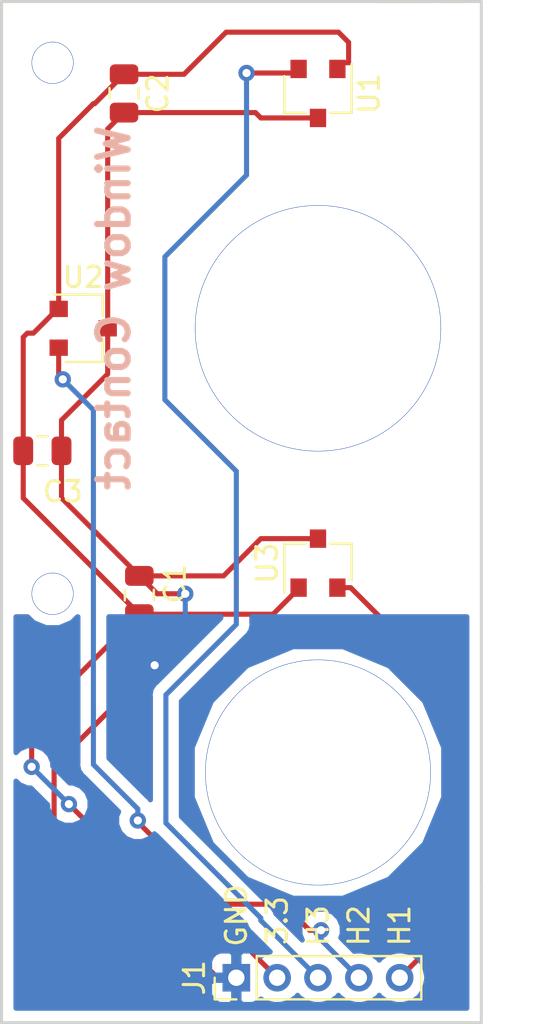
<source format=kicad_pcb>
(kicad_pcb (version 20171130) (host pcbnew 5.0.2+dfsg1-1~bpo9+1)

  (general
    (thickness 1.6)
    (drawings 22)
    (tracks 103)
    (zones 0)
    (modules 11)
    (nets 6)
  )

  (page A4)
  (layers
    (0 F.Cu signal)
    (31 B.Cu signal)
    (32 B.Adhes user)
    (33 F.Adhes user)
    (34 B.Paste user)
    (35 F.Paste user)
    (36 B.SilkS user)
    (37 F.SilkS user)
    (38 B.Mask user)
    (39 F.Mask user)
    (40 Dwgs.User user)
    (41 Cmts.User user)
    (42 Eco1.User user)
    (43 Eco2.User user)
    (44 Edge.Cuts user)
    (45 Margin user)
    (46 B.CrtYd user)
    (47 F.CrtYd user)
    (48 B.Fab user)
    (49 F.Fab user)
  )

  (setup
    (last_trace_width 0.25)
    (trace_clearance 0.2)
    (zone_clearance 0.508)
    (zone_45_only no)
    (trace_min 0.2)
    (segment_width 0.15)
    (edge_width 0.15)
    (via_size 0.8)
    (via_drill 0.4)
    (via_min_size 0.4)
    (via_min_drill 0.3)
    (uvia_size 0.3)
    (uvia_drill 0.1)
    (uvias_allowed no)
    (uvia_min_size 0.2)
    (uvia_min_drill 0.1)
    (pcb_text_width 0.3)
    (pcb_text_size 1.5 1.5)
    (mod_edge_width 0.15)
    (mod_text_size 1 1)
    (mod_text_width 0.15)
    (pad_size 12.05 12.05)
    (pad_drill 12)
    (pad_to_mask_clearance 0.051)
    (solder_mask_min_width 0.25)
    (aux_axis_origin 0 0)
    (visible_elements FFFFFF7F)
    (pcbplotparams
      (layerselection 0x010fc_ffffffff)
      (usegerberextensions false)
      (usegerberattributes false)
      (usegerberadvancedattributes false)
      (creategerberjobfile false)
      (excludeedgelayer true)
      (linewidth 0.100000)
      (plotframeref false)
      (viasonmask false)
      (mode 1)
      (useauxorigin false)
      (hpglpennumber 1)
      (hpglpenspeed 20)
      (hpglpendiameter 15.000000)
      (psnegative false)
      (psa4output false)
      (plotreference true)
      (plotvalue true)
      (plotinvisibletext false)
      (padsonsilk false)
      (subtractmaskfromsilk false)
      (outputformat 1)
      (mirror false)
      (drillshape 0)
      (scaleselection 1)
      (outputdirectory "/tmp/window/"))
  )

  (net 0 "")
  (net 1 +3V3)
  (net 2 GND)
  (net 3 /H3)
  (net 4 /H2)
  (net 5 /H1)

  (net_class Default "This is the default net class."
    (clearance 0.2)
    (trace_width 0.25)
    (via_dia 0.8)
    (via_drill 0.4)
    (uvia_dia 0.3)
    (uvia_drill 0.1)
    (add_net +3V3)
    (add_net /H1)
    (add_net /H2)
    (add_net /H3)
    (add_net GND)
  )

  (module Connector_PinHeader_2.00mm:PinHeader_1x05_P2.00mm_Vertical (layer F.Cu) (tedit 5F0061CB) (tstamp 5F0C4FE6)
    (at 96 131.8 90)
    (descr "Through hole straight pin header, 1x05, 2.00mm pitch, single row")
    (tags "Through hole pin header THT 1x05 2.00mm single row")
    (path /5EFF2E3A)
    (fp_text reference J1 (at 0 -2.06 90) (layer F.SilkS)
      (effects (font (size 1 1) (thickness 0.15)))
    )
    (fp_text value PCBCONN (at 1.775 11 90) (layer F.Fab)
      (effects (font (size 1 1) (thickness 0.15)))
    )
    (fp_line (start -0.5 -1) (end 1 -1) (layer F.Fab) (width 0.1))
    (fp_line (start 1 -1) (end 1 9) (layer F.Fab) (width 0.1))
    (fp_line (start 1 9) (end -1 9) (layer F.Fab) (width 0.1))
    (fp_line (start -1 9) (end -1 -0.5) (layer F.Fab) (width 0.1))
    (fp_line (start -1 -0.5) (end -0.5 -1) (layer F.Fab) (width 0.1))
    (fp_line (start -1.06 9.06) (end 1.06 9.06) (layer F.SilkS) (width 0.12))
    (fp_line (start -1.06 1) (end -1.06 9.06) (layer F.SilkS) (width 0.12))
    (fp_line (start 1.06 1) (end 1.06 9.06) (layer F.SilkS) (width 0.12))
    (fp_line (start -1.06 1) (end 1.06 1) (layer F.SilkS) (width 0.12))
    (fp_line (start -1.06 0) (end -1.06 -1.06) (layer F.SilkS) (width 0.12))
    (fp_line (start -1.06 -1.06) (end 0 -1.06) (layer F.SilkS) (width 0.12))
    (fp_line (start -1.5 -1.5) (end -1.5 9.5) (layer F.CrtYd) (width 0.05))
    (fp_line (start -1.5 9.5) (end 1.5 9.5) (layer F.CrtYd) (width 0.05))
    (fp_line (start 1.5 9.5) (end 1.5 -1.5) (layer F.CrtYd) (width 0.05))
    (fp_line (start 1.5 -1.5) (end -1.5 -1.5) (layer F.CrtYd) (width 0.05))
    (fp_text user %R (at 0 4 180) (layer F.Fab)
      (effects (font (size 1 1) (thickness 0.15)))
    )
    (pad 1 thru_hole rect (at 0 0 90) (size 1.35 1.35) (drill 0.8) (layers *.Cu *.Mask)
      (net 2 GND))
    (pad 2 thru_hole oval (at 0 2 90) (size 1.35 1.35) (drill 0.8) (layers *.Cu *.Mask)
      (net 1 +3V3))
    (pad 3 thru_hole oval (at 0 4 90) (size 1.35 1.35) (drill 0.8) (layers *.Cu *.Mask)
      (net 3 /H3))
    (pad 4 thru_hole oval (at 0 6 90) (size 1.35 1.35) (drill 0.8) (layers *.Cu *.Mask)
      (net 4 /H2))
    (pad 5 thru_hole oval (at 0 8 90) (size 1.35 1.35) (drill 0.8) (layers *.Cu *.Mask)
      (net 5 /H1))
    (model ${KISYS3DMOD}/Connector_PinHeader_2.00mm.3dshapes/PinHeader_1x05_P2.00mm_Vertical.wrl
      (at (xyz 0 0 0))
      (scale (xyz 1 1 1))
      (rotate (xyz 0 0 0))
    )
  )

  (module MountingHole:MountingHole_2.2mm_M2 locked (layer F.Cu) (tedit 5EFE1C6A) (tstamp 5F0AA5D8)
    (at 100 100)
    (descr "Mounting Hole 2.2mm, no annular, M2")
    (tags "mounting hole 2.2mm no annular m2")
    (attr virtual)
    (fp_text reference REF** (at 0 -3.2) (layer F.SilkS) hide
      (effects (font (size 1 1) (thickness 0.15)))
    )
    (fp_text value MountingHole_2.2mm_M2 (at 0 3.2) (layer F.Fab) hide
      (effects (font (size 1 1) (thickness 0.15)))
    )
    (fp_circle (center 0 0) (end 2.45 0) (layer F.CrtYd) (width 0.05))
    (fp_circle (center 0 0) (end 2.2 0) (layer Cmts.User) (width 0.15))
    (fp_text user %R (at 0.3 0) (layer F.Fab)
      (effects (font (size 1 1) (thickness 0.15)))
    )
    (pad "" np_thru_hole circle (at 0 0) (size 12.05 12.05) (drill 12) (layers *.Cu *.Mask))
  )

  (module MountingHole:MountingHole_2.2mm_M2 locked (layer F.Cu) (tedit 5EFE1824) (tstamp 5F0AA594)
    (at 100 121.75)
    (descr "Mounting Hole 2.2mm, no annular, M2")
    (tags "mounting hole 2.2mm no annular m2")
    (attr virtual)
    (fp_text reference REF** (at 0 -3.2) (layer F.SilkS) hide
      (effects (font (size 1 1) (thickness 0.15)))
    )
    (fp_text value MountingHole_2.2mm_M2 (at 0 3.2) (layer F.Fab) hide
      (effects (font (size 1 1) (thickness 0.15)))
    )
    (fp_text user %R (at 0.3 0) (layer F.Fab)
      (effects (font (size 1 1) (thickness 0.15)))
    )
    (fp_circle (center 0 0) (end 2.2 0) (layer Cmts.User) (width 0.15))
    (fp_circle (center 0 0) (end 2.45 0) (layer F.CrtYd) (width 0.05))
    (pad "" np_thru_hole circle (at 0 0) (size 11.05 11.05) (drill 11) (layers *.Cu *.Mask))
  )

  (module MountingHole:MountingHole_2.2mm_M2 locked (layer F.Cu) (tedit 5EFE17BD) (tstamp 5F0AA577)
    (at 87 87)
    (descr "Mounting Hole 2.2mm, no annular, M2")
    (tags "mounting hole 2.2mm no annular m2")
    (attr virtual)
    (fp_text reference REF** (at 0 -3.2) (layer F.SilkS) hide
      (effects (font (size 1 1) (thickness 0.15)))
    )
    (fp_text value MountingHole_2.2mm_M2 (at 0 3.2) (layer F.Fab) hide
      (effects (font (size 1 1) (thickness 0.15)))
    )
    (fp_text user %R (at 0.3 0) (layer F.Fab)
      (effects (font (size 1 1) (thickness 0.15)))
    )
    (fp_circle (center 0 0) (end 2.2 0) (layer Cmts.User) (width 0.15))
    (fp_circle (center 0 0) (end 2.45 0) (layer F.CrtYd) (width 0.05))
    (pad "" np_thru_hole circle (at 0 0) (size 2.05 2.05) (drill 2) (layers *.Cu *.Mask))
  )

  (module Package_TO_SOT_SMD:SC-59 (layer F.Cu) (tedit 5EFE1662) (tstamp 5F0A9CA0)
    (at 100 111.5 90)
    (descr "SC-59, https://lib.chipdip.ru/images/import_diod/original/SOT-23_SC-59.jpg")
    (tags SC-59)
    (path /5EF6370B)
    (attr smd)
    (fp_text reference U3 (at 0 -2.5 90) (layer F.SilkS)
      (effects (font (size 1 1) (thickness 0.15)))
    )
    (fp_text value TLE4913 (at 0 2.5 90) (layer F.Fab) hide
      (effects (font (size 1 1) (thickness 0.15)))
    )
    (fp_text user %R (at 0 0 180) (layer F.Fab)
      (effects (font (size 0.5 0.5) (thickness 0.075)))
    )
    (fp_line (start -0.85 1.55) (end -0.85 -1) (layer F.Fab) (width 0.1))
    (fp_line (start -1.45 -1.65) (end 0.95 -1.65) (layer F.SilkS) (width 0.12))
    (fp_line (start 0.95 -1.65) (end 0.95 -0.6) (layer F.SilkS) (width 0.12))
    (fp_line (start -0.85 1.65) (end 0.95 1.65) (layer F.SilkS) (width 0.12))
    (fp_line (start 0.95 1.65) (end 0.95 0.6) (layer F.SilkS) (width 0.12))
    (fp_line (start -0.85 1.55) (end 0.85 1.55) (layer F.Fab) (width 0.1))
    (fp_line (start -0.3 -1.55) (end -0.85 -1) (layer F.Fab) (width 0.1))
    (fp_line (start -0.3 -1.55) (end 0.85 -1.55) (layer F.Fab) (width 0.1))
    (fp_line (start 0.85 -1.52) (end 0.85 1.52) (layer F.Fab) (width 0.1))
    (fp_line (start -1.9 -1.8) (end 1.9 -1.8) (layer F.CrtYd) (width 0.05))
    (fp_line (start -1.9 -1.8) (end -1.9 1.8) (layer F.CrtYd) (width 0.05))
    (fp_line (start 1.9 1.8) (end 1.9 -1.8) (layer F.CrtYd) (width 0.05))
    (fp_line (start 1.9 1.8) (end -1.9 1.8) (layer F.CrtYd) (width 0.05))
    (pad 1 smd rect (at -1.2 -0.95 90) (size 0.9 0.8) (layers F.Cu F.Paste F.Mask)
      (net 1 +3V3))
    (pad 2 smd rect (at -1.2 0.95 90) (size 0.9 0.8) (layers F.Cu F.Paste F.Mask)
      (net 5 /H1))
    (pad 3 smd rect (at 1.2 0 90) (size 0.9 0.8) (layers F.Cu F.Paste F.Mask)
      (net 2 GND))
    (model ${KISYS3DMOD}/Package_TO_SOT_SMD.3dshapes/SC-59.wrl
      (at (xyz 0 0 0))
      (scale (xyz 1 1 1))
      (rotate (xyz 0 0 0))
    )
  )

  (module Package_TO_SOT_SMD:SC-59 (layer F.Cu) (tedit 5EFE165F) (tstamp 5F0A9C8C)
    (at 88.5 100)
    (descr "SC-59, https://lib.chipdip.ru/images/import_diod/original/SOT-23_SC-59.jpg")
    (tags SC-59)
    (path /5EF63599)
    (attr smd)
    (fp_text reference U2 (at 0 -2.5) (layer F.SilkS)
      (effects (font (size 1 1) (thickness 0.15)))
    )
    (fp_text value TLE4913 (at 0 2.5) (layer F.Fab) hide
      (effects (font (size 1 1) (thickness 0.15)))
    )
    (fp_line (start 1.9 1.8) (end -1.9 1.8) (layer F.CrtYd) (width 0.05))
    (fp_line (start 1.9 1.8) (end 1.9 -1.8) (layer F.CrtYd) (width 0.05))
    (fp_line (start -1.9 -1.8) (end -1.9 1.8) (layer F.CrtYd) (width 0.05))
    (fp_line (start -1.9 -1.8) (end 1.9 -1.8) (layer F.CrtYd) (width 0.05))
    (fp_line (start 0.85 -1.52) (end 0.85 1.52) (layer F.Fab) (width 0.1))
    (fp_line (start -0.3 -1.55) (end 0.85 -1.55) (layer F.Fab) (width 0.1))
    (fp_line (start -0.3 -1.55) (end -0.85 -1) (layer F.Fab) (width 0.1))
    (fp_line (start -0.85 1.55) (end 0.85 1.55) (layer F.Fab) (width 0.1))
    (fp_line (start 0.95 1.65) (end 0.95 0.6) (layer F.SilkS) (width 0.12))
    (fp_line (start -0.85 1.65) (end 0.95 1.65) (layer F.SilkS) (width 0.12))
    (fp_line (start 0.95 -1.65) (end 0.95 -0.6) (layer F.SilkS) (width 0.12))
    (fp_line (start -1.45 -1.65) (end 0.95 -1.65) (layer F.SilkS) (width 0.12))
    (fp_line (start -0.85 1.55) (end -0.85 -1) (layer F.Fab) (width 0.1))
    (fp_text user %R (at 0 0 90) (layer F.Fab)
      (effects (font (size 0.5 0.5) (thickness 0.075)))
    )
    (pad 3 smd rect (at 1.2 0) (size 0.9 0.8) (layers F.Cu F.Paste F.Mask)
      (net 2 GND))
    (pad 2 smd rect (at -1.2 0.95) (size 0.9 0.8) (layers F.Cu F.Paste F.Mask)
      (net 4 /H2))
    (pad 1 smd rect (at -1.2 -0.95) (size 0.9 0.8) (layers F.Cu F.Paste F.Mask)
      (net 1 +3V3))
    (model ${KISYS3DMOD}/Package_TO_SOT_SMD.3dshapes/SC-59.wrl
      (at (xyz 0 0 0))
      (scale (xyz 1 1 1))
      (rotate (xyz 0 0 0))
    )
  )

  (module Package_TO_SOT_SMD:SC-59 (layer F.Cu) (tedit 5EFE1656) (tstamp 5F0A9C78)
    (at 100 88.5 270)
    (descr "SC-59, https://lib.chipdip.ru/images/import_diod/original/SOT-23_SC-59.jpg")
    (tags SC-59)
    (path /5EF6233B)
    (attr smd)
    (fp_text reference U1 (at 0 -2.5 270) (layer F.SilkS)
      (effects (font (size 1 1) (thickness 0.15)))
    )
    (fp_text value TLE4913 (at 0 2.5 270) (layer F.Fab) hide
      (effects (font (size 1 1) (thickness 0.15)))
    )
    (fp_text user %R (at 0 0) (layer F.Fab)
      (effects (font (size 0.5 0.5) (thickness 0.075)))
    )
    (fp_line (start -0.85 1.55) (end -0.85 -1) (layer F.Fab) (width 0.1))
    (fp_line (start -1.45 -1.65) (end 0.95 -1.65) (layer F.SilkS) (width 0.12))
    (fp_line (start 0.95 -1.65) (end 0.95 -0.6) (layer F.SilkS) (width 0.12))
    (fp_line (start -0.85 1.65) (end 0.95 1.65) (layer F.SilkS) (width 0.12))
    (fp_line (start 0.95 1.65) (end 0.95 0.6) (layer F.SilkS) (width 0.12))
    (fp_line (start -0.85 1.55) (end 0.85 1.55) (layer F.Fab) (width 0.1))
    (fp_line (start -0.3 -1.55) (end -0.85 -1) (layer F.Fab) (width 0.1))
    (fp_line (start -0.3 -1.55) (end 0.85 -1.55) (layer F.Fab) (width 0.1))
    (fp_line (start 0.85 -1.52) (end 0.85 1.52) (layer F.Fab) (width 0.1))
    (fp_line (start -1.9 -1.8) (end 1.9 -1.8) (layer F.CrtYd) (width 0.05))
    (fp_line (start -1.9 -1.8) (end -1.9 1.8) (layer F.CrtYd) (width 0.05))
    (fp_line (start 1.9 1.8) (end 1.9 -1.8) (layer F.CrtYd) (width 0.05))
    (fp_line (start 1.9 1.8) (end -1.9 1.8) (layer F.CrtYd) (width 0.05))
    (pad 1 smd rect (at -1.2 -0.95 270) (size 0.9 0.8) (layers F.Cu F.Paste F.Mask)
      (net 1 +3V3))
    (pad 2 smd rect (at -1.2 0.95 270) (size 0.9 0.8) (layers F.Cu F.Paste F.Mask)
      (net 3 /H3))
    (pad 3 smd rect (at 1.2 0 270) (size 0.9 0.8) (layers F.Cu F.Paste F.Mask)
      (net 2 GND))
    (model ${KISYS3DMOD}/Package_TO_SOT_SMD.3dshapes/SC-59.wrl
      (at (xyz 0 0 0))
      (scale (xyz 1 1 1))
      (rotate (xyz 0 0 0))
    )
  )

  (module Capacitor_SMD:C_0805_2012Metric (layer F.Cu) (tedit 5EF6388E) (tstamp 5F522550)
    (at 86.5 106)
    (descr "Capacitor SMD 0805 (2012 Metric), square (rectangular) end terminal, IPC_7351 nominal, (Body size source: https://docs.google.com/spreadsheets/d/1BsfQQcO9C6DZCsRaXUlFlo91Tg2WpOkGARC1WS5S8t0/edit?usp=sharing), generated with kicad-footprint-generator")
    (tags capacitor)
    (path /5EF63711)
    (attr smd)
    (fp_text reference C3 (at 1 2) (layer F.SilkS)
      (effects (font (size 1 1) (thickness 0.15)))
    )
    (fp_text value 100nF (at -0.555001 1.424999) (layer F.Fab) hide
      (effects (font (size 1 1) (thickness 0.15)))
    )
    (fp_line (start -1 0.6) (end -1 -0.6) (layer F.Fab) (width 0.1))
    (fp_line (start -1 -0.6) (end 1 -0.6) (layer F.Fab) (width 0.1))
    (fp_line (start 1 -0.6) (end 1 0.6) (layer F.Fab) (width 0.1))
    (fp_line (start 1 0.6) (end -1 0.6) (layer F.Fab) (width 0.1))
    (fp_line (start -0.258578 -0.71) (end 0.258578 -0.71) (layer F.SilkS) (width 0.12))
    (fp_line (start -0.258578 0.71) (end 0.258578 0.71) (layer F.SilkS) (width 0.12))
    (fp_line (start -1.68 0.95) (end -1.68 -0.95) (layer F.CrtYd) (width 0.05))
    (fp_line (start -1.68 -0.95) (end 1.68 -0.95) (layer F.CrtYd) (width 0.05))
    (fp_line (start 1.68 -0.95) (end 1.68 0.95) (layer F.CrtYd) (width 0.05))
    (fp_line (start 1.68 0.95) (end -1.68 0.95) (layer F.CrtYd) (width 0.05))
    (fp_text user %R (at 0 0) (layer F.Fab)
      (effects (font (size 0.5 0.5) (thickness 0.08)))
    )
    (pad 1 smd roundrect (at -0.9375 0) (size 0.975 1.4) (layers F.Cu F.Paste F.Mask) (roundrect_rratio 0.25)
      (net 1 +3V3))
    (pad 2 smd roundrect (at 0.9375 0) (size 0.975 1.4) (layers F.Cu F.Paste F.Mask) (roundrect_rratio 0.25)
      (net 2 GND))
    (model ${KISYS3DMOD}/Capacitor_SMD.3dshapes/C_0805_2012Metric.wrl
      (at (xyz 0 0 0))
      (scale (xyz 1 1 1))
      (rotate (xyz 0 0 0))
    )
  )

  (module Capacitor_SMD:C_0805_2012Metric (layer F.Cu) (tedit 5EF63897) (tstamp 5F52208D)
    (at 90.5 88.5 270)
    (descr "Capacitor SMD 0805 (2012 Metric), square (rectangular) end terminal, IPC_7351 nominal, (Body size source: https://docs.google.com/spreadsheets/d/1BsfQQcO9C6DZCsRaXUlFlo91Tg2WpOkGARC1WS5S8t0/edit?usp=sharing), generated with kicad-footprint-generator")
    (tags capacitor)
    (path /5EF6359F)
    (attr smd)
    (fp_text reference C2 (at 0 -1.65 270) (layer F.SilkS)
      (effects (font (size 1 1) (thickness 0.15)))
    )
    (fp_text value 100nF (at 0 1.65 270) (layer F.Fab) hide
      (effects (font (size 1 1) (thickness 0.15)))
    )
    (fp_text user %R (at 0 0 270) (layer F.Fab)
      (effects (font (size 0.5 0.5) (thickness 0.08)))
    )
    (fp_line (start 1.68 0.95) (end -1.68 0.95) (layer F.CrtYd) (width 0.05))
    (fp_line (start 1.68 -0.95) (end 1.68 0.95) (layer F.CrtYd) (width 0.05))
    (fp_line (start -1.68 -0.95) (end 1.68 -0.95) (layer F.CrtYd) (width 0.05))
    (fp_line (start -1.68 0.95) (end -1.68 -0.95) (layer F.CrtYd) (width 0.05))
    (fp_line (start -0.258578 0.71) (end 0.258578 0.71) (layer F.SilkS) (width 0.12))
    (fp_line (start -0.258578 -0.71) (end 0.258578 -0.71) (layer F.SilkS) (width 0.12))
    (fp_line (start 1 0.6) (end -1 0.6) (layer F.Fab) (width 0.1))
    (fp_line (start 1 -0.6) (end 1 0.6) (layer F.Fab) (width 0.1))
    (fp_line (start -1 -0.6) (end 1 -0.6) (layer F.Fab) (width 0.1))
    (fp_line (start -1 0.6) (end -1 -0.6) (layer F.Fab) (width 0.1))
    (pad 2 smd roundrect (at 0.9375 0 270) (size 0.975 1.4) (layers F.Cu F.Paste F.Mask) (roundrect_rratio 0.25)
      (net 2 GND))
    (pad 1 smd roundrect (at -0.9375 0 270) (size 0.975 1.4) (layers F.Cu F.Paste F.Mask) (roundrect_rratio 0.25)
      (net 1 +3V3))
    (model ${KISYS3DMOD}/Capacitor_SMD.3dshapes/C_0805_2012Metric.wrl
      (at (xyz 0 0 0))
      (scale (xyz 1 1 1))
      (rotate (xyz 0 0 0))
    )
  )

  (module Capacitor_SMD:C_0805_2012Metric (layer F.Cu) (tedit 5EF6389D) (tstamp 5F52207C)
    (at 91.25 113.0625 90)
    (descr "Capacitor SMD 0805 (2012 Metric), square (rectangular) end terminal, IPC_7351 nominal, (Body size source: https://docs.google.com/spreadsheets/d/1BsfQQcO9C6DZCsRaXUlFlo91Tg2WpOkGARC1WS5S8t0/edit?usp=sharing), generated with kicad-footprint-generator")
    (tags capacitor)
    (path /5EF6245B)
    (attr smd)
    (fp_text reference C1 (at 0.5625 1.75 90) (layer F.SilkS)
      (effects (font (size 1 1) (thickness 0.15)))
    )
    (fp_text value 100nF (at 0 1.65 90) (layer F.Fab) hide
      (effects (font (size 1 1) (thickness 0.15)))
    )
    (fp_line (start -1 0.6) (end -1 -0.6) (layer F.Fab) (width 0.1))
    (fp_line (start -1 -0.6) (end 1 -0.6) (layer F.Fab) (width 0.1))
    (fp_line (start 1 -0.6) (end 1 0.6) (layer F.Fab) (width 0.1))
    (fp_line (start 1 0.6) (end -1 0.6) (layer F.Fab) (width 0.1))
    (fp_line (start -0.258578 -0.71) (end 0.258578 -0.71) (layer F.SilkS) (width 0.12))
    (fp_line (start -0.258578 0.71) (end 0.258578 0.71) (layer F.SilkS) (width 0.12))
    (fp_line (start -1.68 0.95) (end -1.68 -0.95) (layer F.CrtYd) (width 0.05))
    (fp_line (start -1.68 -0.95) (end 1.68 -0.95) (layer F.CrtYd) (width 0.05))
    (fp_line (start 1.68 -0.95) (end 1.68 0.95) (layer F.CrtYd) (width 0.05))
    (fp_line (start 1.68 0.95) (end -1.68 0.95) (layer F.CrtYd) (width 0.05))
    (fp_text user %R (at 0 0 90) (layer F.Fab)
      (effects (font (size 0.5 0.5) (thickness 0.08)))
    )
    (pad 1 smd roundrect (at -0.9375 0 90) (size 0.975 1.4) (layers F.Cu F.Paste F.Mask) (roundrect_rratio 0.25)
      (net 1 +3V3))
    (pad 2 smd roundrect (at 0.9375 0 90) (size 0.975 1.4) (layers F.Cu F.Paste F.Mask) (roundrect_rratio 0.25)
      (net 2 GND))
    (model ${KISYS3DMOD}/Capacitor_SMD.3dshapes/C_0805_2012Metric.wrl
      (at (xyz 0 0 0))
      (scale (xyz 1 1 1))
      (rotate (xyz 0 0 0))
    )
  )

  (module MountingHole:MountingHole_2.2mm_M2 locked (layer F.Cu) (tedit 5EFE17BD) (tstamp 5F0AA4DF)
    (at 87 113)
    (descr "Mounting Hole 2.2mm, no annular, M2")
    (tags "mounting hole 2.2mm no annular m2")
    (attr virtual)
    (fp_text reference REF** (at 0 -3.2) (layer F.SilkS) hide
      (effects (font (size 1 1) (thickness 0.15)))
    )
    (fp_text value MountingHole_2.2mm_M2 (at 0 3.2) (layer F.Fab) hide
      (effects (font (size 1 1) (thickness 0.15)))
    )
    (fp_circle (center 0 0) (end 2.45 0) (layer F.CrtYd) (width 0.05))
    (fp_circle (center 0 0) (end 2.2 0) (layer Cmts.User) (width 0.15))
    (fp_text user %R (at 0.3 0) (layer F.Fab)
      (effects (font (size 1 1) (thickness 0.15)))
    )
    (pad "" np_thru_hole circle (at 0 0) (size 2.05 2.05) (drill 2) (layers *.Cu *.Mask))
  )

  (gr_text GND (at 96 128.75 90) (layer F.SilkS) (tstamp 5F006209)
    (effects (font (size 1 1) (thickness 0.15)))
  )
  (gr_text 3.3 (at 98 129 90) (layer F.SilkS) (tstamp 5F0061F7)
    (effects (font (size 1 1) (thickness 0.15)))
  )
  (gr_text H3 (at 100 129.25 90) (layer F.SilkS) (tstamp 5F0061EC)
    (effects (font (size 1 1) (thickness 0.15)))
  )
  (gr_text H2 (at 102 129.25 90) (layer F.SilkS) (tstamp 5F0061E8)
    (effects (font (size 1 1) (thickness 0.15)))
  )
  (gr_text H1 (at 104 129.25 90) (layer F.SilkS)
    (effects (font (size 1 1) (thickness 0.15)))
  )
  (gr_circle (center 100 121.75) (end 106.5 121.75) (layer Dwgs.User) (width 0.15))
  (gr_line (start 84.5 134) (end 84.5 128) (layer Edge.Cuts) (width 0.15))
  (gr_line (start 108 134) (end 84.5 134) (layer Edge.Cuts) (width 0.15))
  (gr_line (start 108 128) (end 108 134) (layer Edge.Cuts) (width 0.15))
  (gr_circle (center 100 100) (end 111 100) (layer Dwgs.User) (width 0.15))
  (gr_circle (center 100 100) (end 107.5 100) (layer Dwgs.User) (width 0.15))
  (gr_line (start 108 128) (end 108 127.25) (layer Edge.Cuts) (width 0.15))
  (gr_line (start 108 100.5) (end 108 127.5) (layer Edge.Cuts) (width 0.15))
  (gr_line (start 108 84) (end 106 84) (layer Edge.Cuts) (width 0.15))
  (gr_line (start 108 93.25) (end 108 84) (layer Edge.Cuts) (width 0.15))
  (gr_line (start 108 100.5) (end 108 93.25) (layer Edge.Cuts) (width 0.15))
  (gr_line (start 107.25 84) (end 103 84) (layer Edge.Cuts) (width 0.15))
  (gr_text "Window Contact" (at 90 99 90) (layer B.SilkS)
    (effects (font (size 1.5 1.5) (thickness 0.3)) (justify mirror))
  )
  (gr_line (start 84.5 128) (end 84.5 126.5) (layer Edge.Cuts) (width 0.15))
  (gr_line (start 84.5 84) (end 105.5 84) (layer Edge.Cuts) (width 0.15))
  (gr_line (start 84.5 127) (end 84.5 84) (layer Edge.Cuts) (width 0.15))
  (gr_circle (center 100 100) (end 106 100) (layer Dwgs.User) (width 0.2))

  (segment (start 101.5 87) (end 101.25 87) (width 0.25) (layer F.Cu) (net 1))
  (segment (start 101.5 86) (end 101.5 87) (width 0.25) (layer F.Cu) (net 1))
  (segment (start 101.25 87) (end 100.95 87.3) (width 0.25) (layer F.Cu) (net 1))
  (segment (start 95.5 85.5) (end 101 85.5) (width 0.25) (layer F.Cu) (net 1))
  (segment (start 101 85.5) (end 101.5 86) (width 0.25) (layer F.Cu) (net 1))
  (segment (start 87.25 99.05) (end 86.0625 100.2375) (width 0.25) (layer F.Cu) (net 1))
  (segment (start 87.3 99.05) (end 87.25 99.05) (width 0.25) (layer F.Cu) (net 1))
  (segment (start 99.0375 112.6875) (end 99.05 112.7) (width 0.25) (layer F.Cu) (net 1))
  (segment (start 89 89) (end 89.0625 89) (width 0.25) (layer F.Cu) (net 1))
  (segment (start 87.3 90.7) (end 89 89) (width 0.25) (layer F.Cu) (net 1))
  (segment (start 89.0625 89) (end 90.5 87.5625) (width 0.25) (layer F.Cu) (net 1))
  (segment (start 87.3 99.05) (end 87.3 90.7) (width 0.25) (layer F.Cu) (net 1))
  (segment (start 93.4375 87.5625) (end 95.5 85.5) (width 0.25) (layer F.Cu) (net 1))
  (segment (start 90.5 87.5625) (end 93.4375 87.5625) (width 0.25) (layer F.Cu) (net 1))
  (segment (start 86.0625 100.2375) (end 85.7625 100.2375) (width 0.25) (layer F.Cu) (net 1))
  (segment (start 85.5625 100.4375) (end 85.5625 106) (width 0.25) (layer F.Cu) (net 1))
  (segment (start 85.7625 100.2375) (end 85.5625 100.4375) (width 0.25) (layer F.Cu) (net 1))
  (segment (start 86.6 118.65) (end 91.25 114) (width 0.25) (layer F.Cu) (net 1))
  (segment (start 85.5625 108.3125) (end 85.5625 107.5) (width 0.25) (layer F.Cu) (net 1))
  (segment (start 85.5625 107.5) (end 85.5625 108.0625) (width 0.25) (layer F.Cu) (net 1))
  (segment (start 91.25 114) (end 85.5625 108.3125) (width 0.25) (layer F.Cu) (net 1))
  (segment (start 85.5625 106) (end 85.5625 107.5) (width 0.25) (layer F.Cu) (net 1))
  (segment (start 99.05 112.75) (end 99.05 112.7) (width 0.25) (layer F.Cu) (net 1))
  (segment (start 97.8 114) (end 99.05 112.75) (width 0.25) (layer F.Cu) (net 1))
  (segment (start 91.25 114) (end 97.8 114) (width 0.25) (layer F.Cu) (net 1))
  (segment (start 98 131.8) (end 95.975 129.775) (width 0.25) (layer F.Cu) (net 1))
  (segment (start 95.975 129.775) (end 92.375 126.175) (width 0.25) (layer F.Cu) (net 1))
  (segment (start 92.375 126.175) (end 90.675 126.175) (width 0.25) (layer F.Cu) (net 1))
  (via (at 87.8 123.3) (size 0.8) (drill 0.4) (layers F.Cu B.Cu) (net 1))
  (segment (start 90.675 126.175) (end 87.8 123.3) (width 0.25) (layer F.Cu) (net 1))
  (segment (start 87.8 123.3) (end 85.975 121.475) (width 0.25) (layer B.Cu) (net 1))
  (via (at 85.975 121.475) (size 0.8) (drill 0.4) (layers F.Cu B.Cu) (net 1))
  (segment (start 85.975 119.275) (end 86.6 118.65) (width 0.25) (layer F.Cu) (net 1))
  (segment (start 85.975 121.475) (end 85.975 119.275) (width 0.25) (layer F.Cu) (net 1))
  (segment (start 99.7375 89.4375) (end 100 89.7) (width 0.25) (layer F.Cu) (net 2))
  (segment (start 89.7 102.2375) (end 89.7 100) (width 0.25) (layer F.Cu) (net 2))
  (segment (start 89.7 90.2375) (end 90.5 89.4375) (width 0.25) (layer F.Cu) (net 2))
  (segment (start 89.7 100) (end 89.7 90.2375) (width 0.25) (layer F.Cu) (net 2))
  (segment (start 90.5 89.4375) (end 96.9375 89.4375) (width 0.25) (layer F.Cu) (net 2))
  (segment (start 97.2 89.7) (end 100 89.7) (width 0.25) (layer F.Cu) (net 2))
  (segment (start 96.9375 89.4375) (end 97.2 89.7) (width 0.25) (layer F.Cu) (net 2))
  (segment (start 87.4375 104.5) (end 89.7 102.2375) (width 0.25) (layer F.Cu) (net 2))
  (segment (start 87.4375 106) (end 87.4375 104.5) (width 0.25) (layer F.Cu) (net 2))
  (segment (start 87.4375 108.3125) (end 91.25 112.125) (width 0.25) (layer F.Cu) (net 2))
  (segment (start 87.4375 106) (end 87.4375 108.3125) (width 0.25) (layer F.Cu) (net 2))
  (segment (start 91.25 112.125) (end 95.375 112.125) (width 0.25) (layer F.Cu) (net 2))
  (segment (start 97.2 110.3) (end 100 110.3) (width 0.25) (layer F.Cu) (net 2))
  (segment (start 95.375 112.125) (end 97.2 110.3) (width 0.25) (layer F.Cu) (net 2))
  (via (at 92 116.5) (size 0.8) (drill 0.4) (layers F.Cu B.Cu) (net 2))
  (via (at 93.5 113) (size 0.8) (drill 0.4) (layers F.Cu B.Cu) (net 2))
  (segment (start 93.5 115) (end 93.5 113) (width 0.25) (layer B.Cu) (net 2))
  (segment (start 92 116.5) (end 93.5 115) (width 0.25) (layer B.Cu) (net 2))
  (segment (start 92.125 113) (end 91.25 112.125) (width 0.25) (layer F.Cu) (net 2))
  (segment (start 93.5 113) (end 92.125 113) (width 0.25) (layer F.Cu) (net 2))
  (segment (start 95.075 131.8) (end 91.7 128.425) (width 0.25) (layer F.Cu) (net 2))
  (segment (start 96 131.8) (end 95.075 131.8) (width 0.25) (layer F.Cu) (net 2))
  (segment (start 91.7 128.425) (end 89.375 128.425) (width 0.25) (layer F.Cu) (net 2))
  (segment (start 89.375 128.425) (end 87.075 126.125) (width 0.25) (layer F.Cu) (net 2))
  (segment (start 87.075 121.425) (end 89.6 118.9) (width 0.25) (layer F.Cu) (net 2))
  (segment (start 87.075 126.125) (end 87.075 121.425) (width 0.25) (layer F.Cu) (net 2))
  (segment (start 89.6 118.9) (end 92 116.5) (width 0.25) (layer F.Cu) (net 2))
  (segment (start 89 119.5) (end 89.6 118.9) (width 0.25) (layer F.Cu) (net 2))
  (segment (start 96 114.5) (end 96 107) (width 0.25) (layer B.Cu) (net 3))
  (segment (start 96 107) (end 92.5 103.5) (width 0.25) (layer B.Cu) (net 3))
  (segment (start 92.5 103.5) (end 92.5 96.5) (width 0.25) (layer B.Cu) (net 3))
  (via (at 96.5 87.5) (size 0.8) (drill 0.4) (layers F.Cu B.Cu) (net 3))
  (segment (start 96.5 92.5) (end 96.5 87.5) (width 0.25) (layer B.Cu) (net 3))
  (segment (start 92.5 96.5) (end 96.5 92.5) (width 0.25) (layer B.Cu) (net 3))
  (segment (start 99.25 87.5) (end 99.05 87.3) (width 0.25) (layer F.Cu) (net 3))
  (segment (start 96.5 87.5) (end 99.25 87.5) (width 0.25) (layer F.Cu) (net 3))
  (segment (start 95.5 115) (end 95.6 114.9) (width 0.25) (layer B.Cu) (net 3))
  (segment (start 95.6 114.9) (end 96 114.5) (width 0.25) (layer B.Cu) (net 3))
  (segment (start 95.6 114.9) (end 92.55 117.95) (width 0.25) (layer B.Cu) (net 3))
  (segment (start 97.2 129) (end 100 131.8) (width 0.25) (layer B.Cu) (net 3))
  (segment (start 92.55 124.225) (end 97.2 128.875) (width 0.25) (layer B.Cu) (net 3))
  (segment (start 92.55 117.95) (end 92.55 124.225) (width 0.25) (layer B.Cu) (net 3))
  (segment (start 97.2 128.875) (end 97.2 129) (width 0.25) (layer B.Cu) (net 3))
  (via (at 87.5 102.5) (size 0.8) (drill 0.4) (layers F.Cu B.Cu) (net 4))
  (segment (start 87.3 102.3) (end 87.5 102.5) (width 0.25) (layer F.Cu) (net 4))
  (segment (start 87.3 100.95) (end 87.3 102.3) (width 0.25) (layer F.Cu) (net 4))
  (segment (start 87.5 102.5) (end 89 104) (width 0.25) (layer B.Cu) (net 4))
  (via (at 100.15 129.475) (size 0.8) (drill 0.4) (layers F.Cu B.Cu) (net 4))
  (segment (start 100.15 129.95) (end 100.15 129.475) (width 0.25) (layer B.Cu) (net 4))
  (segment (start 102 131.8) (end 100.15 129.95) (width 0.25) (layer B.Cu) (net 4))
  (segment (start 99.584315 129.475) (end 98.309315 128.2) (width 0.25) (layer F.Cu) (net 4))
  (segment (start 100.15 129.475) (end 99.584315 129.475) (width 0.25) (layer F.Cu) (net 4))
  (segment (start 98.309315 128.2) (end 95.2 128.2) (width 0.25) (layer F.Cu) (net 4))
  (via (at 91.175 124.1) (size 0.8) (drill 0.4) (layers F.Cu B.Cu) (net 4))
  (segment (start 91.175 124.175) (end 91.175 124.1) (width 0.25) (layer F.Cu) (net 4))
  (segment (start 95.2 128.2) (end 91.175 124.175) (width 0.25) (layer F.Cu) (net 4))
  (segment (start 89 121.359315) (end 89 118.575) (width 0.25) (layer B.Cu) (net 4))
  (segment (start 91.175 123.534315) (end 89 121.359315) (width 0.25) (layer B.Cu) (net 4))
  (segment (start 91.175 124.1) (end 91.175 123.534315) (width 0.25) (layer B.Cu) (net 4))
  (segment (start 89 118.575) (end 89 119) (width 0.25) (layer B.Cu) (net 4))
  (segment (start 89 104) (end 89 118.575) (width 0.25) (layer B.Cu) (net 4))
  (segment (start 105.850001 118.075001) (end 106.9 119.125) (width 0.25) (layer F.Cu) (net 5))
  (segment (start 106.9 119.125) (end 106.9 128.9) (width 0.25) (layer F.Cu) (net 5))
  (segment (start 105.850001 117.350001) (end 105.850001 118.075001) (width 0.25) (layer F.Cu) (net 5))
  (segment (start 101.6 112.7) (end 105.35 116.45) (width 0.25) (layer F.Cu) (net 5))
  (segment (start 106.9 128.9) (end 104 131.8) (width 0.25) (layer F.Cu) (net 5))
  (segment (start 100.95 112.7) (end 101.6 112.7) (width 0.25) (layer F.Cu) (net 5))
  (segment (start 105.35 116.45) (end 105.35 116.85) (width 0.25) (layer F.Cu) (net 5))
  (segment (start 105.35 116.85) (end 105.850001 117.350001) (width 0.25) (layer F.Cu) (net 5))

  (zone (net 2) (net_name GND) (layer B.Cu) (tstamp 5F00629C) (hatch edge 0.508)
    (connect_pads (clearance 0.508))
    (min_thickness 0.254)
    (fill yes (arc_segments 16) (thermal_gap 0.508) (thermal_bridge_width 0.508))
    (polygon
      (pts
        (xy 107.75 133.75) (xy 107.75 114) (xy 84.75 114) (xy 84.75 133.75)
      )
    )
    (filled_polygon
      (pts
        (xy 86.059686 114.40728) (xy 86.669806 114.66) (xy 87.330194 114.66) (xy 87.940314 114.40728) (xy 88.220594 114.127)
        (xy 88.240001 114.127) (xy 88.240001 118.500144) (xy 88.24 118.500149) (xy 88.24 119.074852) (xy 88.240001 119.074856)
        (xy 88.24 121.284468) (xy 88.225112 121.359315) (xy 88.24 121.434162) (xy 88.24 121.434166) (xy 88.284096 121.655851)
        (xy 88.452071 121.907244) (xy 88.51553 121.949646) (xy 90.233728 123.667846) (xy 90.14 123.894126) (xy 90.14 124.305874)
        (xy 90.297569 124.68628) (xy 90.58872 124.977431) (xy 90.969126 125.135) (xy 91.380874 125.135) (xy 91.76128 124.977431)
        (xy 91.987536 124.751175) (xy 92.002072 124.772929) (xy 92.065528 124.815329) (xy 96.468542 129.218344) (xy 96.484096 129.296537)
        (xy 96.652071 129.547929) (xy 96.715529 129.59033) (xy 97.657635 130.532436) (xy 97.488864 130.566007) (xy 97.204223 130.756198)
        (xy 97.034699 130.586673) (xy 96.80131 130.49) (xy 96.28575 130.49) (xy 96.127 130.64875) (xy 96.127 131.673)
        (xy 96.147 131.673) (xy 96.147 131.927) (xy 96.127 131.927) (xy 96.127 132.95125) (xy 96.28575 133.11)
        (xy 96.80131 133.11) (xy 97.034699 133.013327) (xy 97.204223 132.843802) (xy 97.488864 133.033993) (xy 97.870978 133.11)
        (xy 98.129022 133.11) (xy 98.511136 133.033993) (xy 98.944457 132.744457) (xy 99 132.661331) (xy 99.055543 132.744457)
        (xy 99.488864 133.033993) (xy 99.870978 133.11) (xy 100.129022 133.11) (xy 100.511136 133.033993) (xy 100.944457 132.744457)
        (xy 101 132.661331) (xy 101.055543 132.744457) (xy 101.488864 133.033993) (xy 101.870978 133.11) (xy 102.129022 133.11)
        (xy 102.511136 133.033993) (xy 102.944457 132.744457) (xy 103 132.661331) (xy 103.055543 132.744457) (xy 103.488864 133.033993)
        (xy 103.870978 133.11) (xy 104.129022 133.11) (xy 104.511136 133.033993) (xy 104.944457 132.744457) (xy 105.233993 132.311136)
        (xy 105.335664 131.8) (xy 105.233993 131.288864) (xy 104.944457 130.855543) (xy 104.511136 130.566007) (xy 104.129022 130.49)
        (xy 103.870978 130.49) (xy 103.488864 130.566007) (xy 103.055543 130.855543) (xy 103 130.938669) (xy 102.944457 130.855543)
        (xy 102.511136 130.566007) (xy 102.129022 130.49) (xy 101.870978 130.49) (xy 101.782417 130.507616) (xy 101.117832 129.843031)
        (xy 101.185 129.680874) (xy 101.185 129.269126) (xy 101.027431 128.88872) (xy 100.73628 128.597569) (xy 100.355874 128.44)
        (xy 99.944126 128.44) (xy 99.56372 128.597569) (xy 99.272569 128.88872) (xy 99.115 129.269126) (xy 99.115 129.680874)
        (xy 99.227659 129.952857) (xy 97.931458 128.656657) (xy 97.915904 128.578463) (xy 97.747929 128.327071) (xy 97.684473 128.284671)
        (xy 93.31 123.910199) (xy 93.31 120.5247) (xy 93.84 120.5247) (xy 93.84 122.9753) (xy 94.777804 125.23936)
        (xy 96.51064 126.972196) (xy 98.7747 127.91) (xy 101.2253 127.91) (xy 103.48936 126.972196) (xy 105.222196 125.23936)
        (xy 106.16 122.9753) (xy 106.16 120.5247) (xy 105.222196 118.26064) (xy 103.48936 116.527804) (xy 101.2253 115.59)
        (xy 98.7747 115.59) (xy 96.51064 116.527804) (xy 94.777804 118.26064) (xy 93.84 120.5247) (xy 93.31 120.5247)
        (xy 93.31 118.264801) (xy 96.190329 115.384474) (xy 96.190333 115.384469) (xy 96.484473 115.090329) (xy 96.547929 115.047929)
        (xy 96.715904 114.796537) (xy 96.76 114.574852) (xy 96.76 114.574848) (xy 96.774888 114.500001) (xy 96.76 114.425154)
        (xy 96.76 114.127) (xy 107.290001 114.127) (xy 107.290001 127.180069) (xy 107.29 127.180074) (xy 107.29 127.930075)
        (xy 107.290001 133.29) (xy 85.21 133.29) (xy 85.21 132.08575) (xy 94.69 132.08575) (xy 94.69 132.601309)
        (xy 94.786673 132.834698) (xy 94.965301 133.013327) (xy 95.19869 133.11) (xy 95.71425 133.11) (xy 95.873 132.95125)
        (xy 95.873 131.927) (xy 94.84875 131.927) (xy 94.69 132.08575) (xy 85.21 132.08575) (xy 85.21 130.998691)
        (xy 94.69 130.998691) (xy 94.69 131.51425) (xy 94.84875 131.673) (xy 95.873 131.673) (xy 95.873 130.64875)
        (xy 95.71425 130.49) (xy 95.19869 130.49) (xy 94.965301 130.586673) (xy 94.786673 130.765302) (xy 94.69 130.998691)
        (xy 85.21 130.998691) (xy 85.21 122.173711) (xy 85.38872 122.352431) (xy 85.769126 122.51) (xy 85.935199 122.51)
        (xy 86.765 123.339802) (xy 86.765 123.505874) (xy 86.922569 123.88628) (xy 87.21372 124.177431) (xy 87.594126 124.335)
        (xy 88.005874 124.335) (xy 88.38628 124.177431) (xy 88.677431 123.88628) (xy 88.835 123.505874) (xy 88.835 123.094126)
        (xy 88.677431 122.71372) (xy 88.38628 122.422569) (xy 88.005874 122.265) (xy 87.839802 122.265) (xy 87.01 121.435199)
        (xy 87.01 121.269126) (xy 86.852431 120.88872) (xy 86.56128 120.597569) (xy 86.180874 120.44) (xy 85.769126 120.44)
        (xy 85.38872 120.597569) (xy 85.21 120.776289) (xy 85.21 114.127) (xy 85.779406 114.127)
      )
    )
    (filled_polygon
      (pts
        (xy 95.24 114.185198) (xy 95.115531 114.309667) (xy 95.115526 114.309671) (xy 92.06553 117.359669) (xy 92.002071 117.402071)
        (xy 91.834096 117.653464) (xy 91.79 117.875149) (xy 91.79 117.875153) (xy 91.775112 117.95) (xy 91.79 118.024847)
        (xy 91.790001 123.086765) (xy 91.765329 123.049841) (xy 91.765327 123.049839) (xy 91.722929 122.986386) (xy 91.659476 122.943988)
        (xy 89.76 121.044514) (xy 89.76 114.127) (xy 95.24 114.127)
      )
    )
  )
)

</source>
